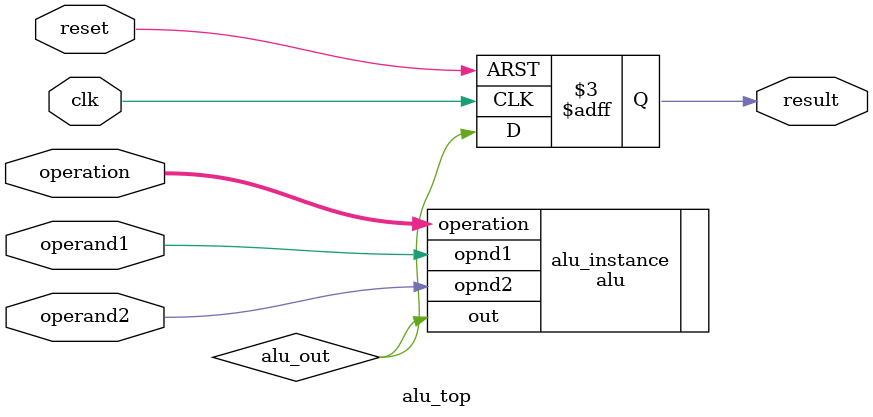
<source format=sv>
`timescale 1ns/1ps
module alu_top // Module start declaration
#(parameter N=1) // Parameter declaration
( input logic clk, reset,
   input logic[N-1:0]operand1, operand2,
   input logic[1:0] operation,
   output logic[N-1:0] result
);

  // Local net declaration
  logic[N-1:0] alu_out; 

  // Instantiation of module alu
  alu #(.N(N)) alu_instance(
    .opnd1(operand1), 
    .opnd2(operand2), 
    .operation(operation), 
    .out(alu_out)
  );

  // Register alu output	
  always@(posedge clk or posedge reset) begin
    if(reset == 1) begin
      result <= 0;
    end
    else begin
      result <= alu_out;
    end
  end
endmodule: alu_top // Module alu_top end declaration
</source>
